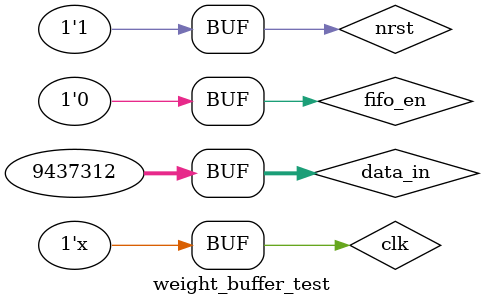
<source format=sv>
module weight_buffer #(
  parameter data_width = 16
) (
  input  logic  clk, nrst, 
  input  logic fifo_en,                    //!control signal to enable the FIFO storing the weight
  input  logic  [4:0] weight_dim,
  input  logic  [31:0] data_in,            //!weight from AXI
  output logic  [data_width-1:0] data_out, //!weights to systolic array
  output logic  out_vld,                   //!control signal that indicate the output is ready so the output pointer changes its position 
  output logic  pe_en                      //!control the systolic to enable or disenable for taking the weight 
);

logic [223:0] store;      //!15 elements * 16 bits = 224
logic [7:0] bit_count, next_bit_count; //! number of bits stored in FIFO
logic [7:0] in_idx;       //!input pointer
logic [7:0] out_idx;      //!output pointer
logic [4:0] next_element_count, current_element_count;  //! number of elements stored in FIFO

always_ff @(posedge clk, negedge nrst) begin
  if (!nrst) 
  begin
    in_idx    <= '0;             
    out_idx   <= '0;
    bit_count <= '0;
    out_vld   <= 1'b0;
    store     <= '0;
    pe_en     <= 1;
    next_element_count <= 0;
  end
  else 
  begin
    bit_count <= next_bit_count;
    current_element_count <= next_element_count;
    if (fifo_en)
    begin

      store[ in_idx +: 32] <= data_in;      //store 2 elements
      in_idx <= (in_idx + 32);
      if (in_idx == 192)
      begin
        in_idx <= 0;  
      end
    end
    out_vld <= (next_bit_count > 16 || fifo_en);
    if (out_vld)
    begin
      out_idx <= (out_idx + 16);
      next_element_count <= current_element_count + 1;
      if (out_idx == 208)
      begin
        out_idx <= 0;  
      end
      pe_en = (next_element_count == weight_dim)? 0 : 1;
    end
  end
end

always_comb begin
  next_bit_count = bit_count;
  if (fifo_en) 
  begin
    next_bit_count += 32;
  end
  if (bit_count >= 16 || fifo_en)
  begin
    next_bit_count -= 16;
  end
end

assign data_out = store[ out_idx +: 16 ] ;
  

  
initial
$monitor("weight_buffer:::bit_count=%d  bit_count=%d  data_in=%h store=%h,in_idx=%b  ,out_idx=%b data_out=%h , out_vld=%b",bit_count,next_bit_count,data_in,store,in_idx,out_idx,data_out,out_vld);
  
endmodule



module weight_buffer_test;

	parameter data_width = 16;
	`define delay 10

   reg  clk, nrst, fifo_en;
   reg  [4:0] weight_dim;
   reg  [31:0] data_in;        //from AXI
   wire  [data_width-1:0] data_out;
   wire  out_vld,pe_en;


weight_buffer inst(.clk(clk),
		   .nrst(nrst),
		   .fifo_en(fifo_en),
		   .weight_dim(weight_dim),
		   .data_in(data_in),
		   .data_out(data_out),
		   .out_vld(out_vld),
		   .pe_en(pe_en)
		   );

	initial clk = 1;
	always #`delay clk = ~clk;


	initial
	begin
	
	//rst
	nrst=1'b0;

	
	//store
	#(`delay*2)
	nrst=1'b1;
	fifo_en=1'b1;
	data_in=32'h0002_0001;

	
	#(`delay*2)
	data_in=32'h0004_0003;
	
	#(`delay*2)
	data_in=32'h0006_0005;

	#(`delay*2)
	data_in=32'h0008_0007;

	#(`delay*2)
	data_in=32'h000a_0009;

	#(`delay*2)
	data_in=32'h000c_000b;
	
	#(`delay*2)
	data_in=32'h000e_000d;

	#(`delay*2)
	data_in=32'h0010_000f;
	
	#(`delay*2)
	data_in=32'h0030_0020;
	
	#(`delay*2)
	data_in=32'h0050_0040;

	#(`delay*2)
	data_in=32'h0070_0060;

	#(`delay*2)
	data_in=32'h0090_0080;
	
	

	#(`delay*2)
	fifo_en=1'b0;


	end


//initial
//$monitor("weight_buffer_test::: clk=%d  data_in=%h , data_out=%h , out_vld=%b",clk,data_in,data_out,out_vld);

endmodule

</source>
